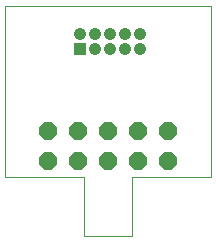
<source format=gbs>
G75*
%MOIN*%
%OFA0B0*%
%FSLAX24Y24*%
%IPPOS*%
%LPD*%
%AMOC8*
5,1,8,0,0,1.08239X$1,22.5*
%
%ADD10C,0.0000*%
%ADD11OC8,0.0600*%
%ADD12C,0.0413*%
%ADD13R,0.0413X0.0413*%
D10*
X000100Y002069D02*
X000100Y007777D01*
X006950Y007777D01*
X006950Y002069D01*
X004313Y002069D01*
X004313Y000100D01*
X002738Y000100D01*
X002738Y002069D01*
X000100Y002069D01*
D11*
X001525Y002600D03*
X001525Y003600D03*
X002525Y003600D03*
X003525Y003600D03*
X003525Y002600D03*
X002525Y002600D03*
X004525Y002600D03*
X004525Y003600D03*
X005525Y003600D03*
X005525Y002600D03*
D12*
X004600Y006350D03*
X004100Y006350D03*
X004100Y006850D03*
X004600Y006850D03*
X003600Y006850D03*
X003600Y006350D03*
X003100Y006350D03*
X003100Y006850D03*
X002600Y006850D03*
D13*
X002600Y006350D03*
M02*

</source>
